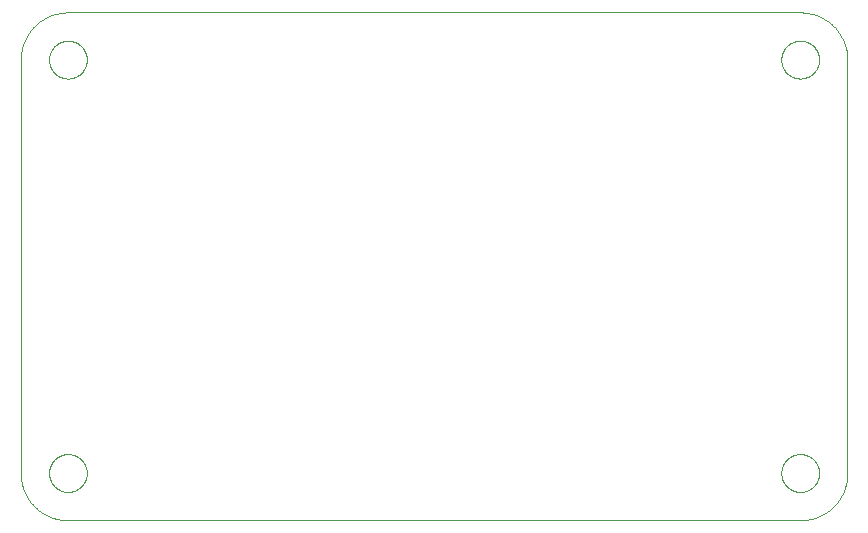
<source format=gbp>
G75*
%MOIN*%
%OFA0B0*%
%FSLAX25Y25*%
%IPPOS*%
%LPD*%
%AMOC8*
5,1,8,0,0,1.08239X$1,22.5*
%
%ADD10C,0.00000*%
D10*
X0062843Y0034156D02*
X0306937Y0034156D01*
X0300638Y0049904D02*
X0300640Y0050062D01*
X0300646Y0050220D01*
X0300656Y0050378D01*
X0300670Y0050536D01*
X0300688Y0050693D01*
X0300709Y0050850D01*
X0300735Y0051006D01*
X0300765Y0051162D01*
X0300798Y0051317D01*
X0300836Y0051470D01*
X0300877Y0051623D01*
X0300922Y0051775D01*
X0300971Y0051926D01*
X0301024Y0052075D01*
X0301080Y0052223D01*
X0301140Y0052369D01*
X0301204Y0052514D01*
X0301272Y0052657D01*
X0301343Y0052799D01*
X0301417Y0052939D01*
X0301495Y0053076D01*
X0301577Y0053212D01*
X0301661Y0053346D01*
X0301750Y0053477D01*
X0301841Y0053606D01*
X0301936Y0053733D01*
X0302033Y0053858D01*
X0302134Y0053980D01*
X0302238Y0054099D01*
X0302345Y0054216D01*
X0302455Y0054330D01*
X0302568Y0054441D01*
X0302683Y0054550D01*
X0302801Y0054655D01*
X0302922Y0054757D01*
X0303045Y0054857D01*
X0303171Y0054953D01*
X0303299Y0055046D01*
X0303429Y0055136D01*
X0303562Y0055222D01*
X0303697Y0055306D01*
X0303833Y0055385D01*
X0303972Y0055462D01*
X0304113Y0055534D01*
X0304255Y0055604D01*
X0304399Y0055669D01*
X0304545Y0055731D01*
X0304692Y0055789D01*
X0304841Y0055844D01*
X0304991Y0055895D01*
X0305142Y0055942D01*
X0305294Y0055985D01*
X0305447Y0056024D01*
X0305602Y0056060D01*
X0305757Y0056091D01*
X0305913Y0056119D01*
X0306069Y0056143D01*
X0306226Y0056163D01*
X0306384Y0056179D01*
X0306541Y0056191D01*
X0306700Y0056199D01*
X0306858Y0056203D01*
X0307016Y0056203D01*
X0307174Y0056199D01*
X0307333Y0056191D01*
X0307490Y0056179D01*
X0307648Y0056163D01*
X0307805Y0056143D01*
X0307961Y0056119D01*
X0308117Y0056091D01*
X0308272Y0056060D01*
X0308427Y0056024D01*
X0308580Y0055985D01*
X0308732Y0055942D01*
X0308883Y0055895D01*
X0309033Y0055844D01*
X0309182Y0055789D01*
X0309329Y0055731D01*
X0309475Y0055669D01*
X0309619Y0055604D01*
X0309761Y0055534D01*
X0309902Y0055462D01*
X0310041Y0055385D01*
X0310177Y0055306D01*
X0310312Y0055222D01*
X0310445Y0055136D01*
X0310575Y0055046D01*
X0310703Y0054953D01*
X0310829Y0054857D01*
X0310952Y0054757D01*
X0311073Y0054655D01*
X0311191Y0054550D01*
X0311306Y0054441D01*
X0311419Y0054330D01*
X0311529Y0054216D01*
X0311636Y0054099D01*
X0311740Y0053980D01*
X0311841Y0053858D01*
X0311938Y0053733D01*
X0312033Y0053606D01*
X0312124Y0053477D01*
X0312213Y0053346D01*
X0312297Y0053212D01*
X0312379Y0053076D01*
X0312457Y0052939D01*
X0312531Y0052799D01*
X0312602Y0052657D01*
X0312670Y0052514D01*
X0312734Y0052369D01*
X0312794Y0052223D01*
X0312850Y0052075D01*
X0312903Y0051926D01*
X0312952Y0051775D01*
X0312997Y0051623D01*
X0313038Y0051470D01*
X0313076Y0051317D01*
X0313109Y0051162D01*
X0313139Y0051006D01*
X0313165Y0050850D01*
X0313186Y0050693D01*
X0313204Y0050536D01*
X0313218Y0050378D01*
X0313228Y0050220D01*
X0313234Y0050062D01*
X0313236Y0049904D01*
X0313234Y0049746D01*
X0313228Y0049588D01*
X0313218Y0049430D01*
X0313204Y0049272D01*
X0313186Y0049115D01*
X0313165Y0048958D01*
X0313139Y0048802D01*
X0313109Y0048646D01*
X0313076Y0048491D01*
X0313038Y0048338D01*
X0312997Y0048185D01*
X0312952Y0048033D01*
X0312903Y0047882D01*
X0312850Y0047733D01*
X0312794Y0047585D01*
X0312734Y0047439D01*
X0312670Y0047294D01*
X0312602Y0047151D01*
X0312531Y0047009D01*
X0312457Y0046869D01*
X0312379Y0046732D01*
X0312297Y0046596D01*
X0312213Y0046462D01*
X0312124Y0046331D01*
X0312033Y0046202D01*
X0311938Y0046075D01*
X0311841Y0045950D01*
X0311740Y0045828D01*
X0311636Y0045709D01*
X0311529Y0045592D01*
X0311419Y0045478D01*
X0311306Y0045367D01*
X0311191Y0045258D01*
X0311073Y0045153D01*
X0310952Y0045051D01*
X0310829Y0044951D01*
X0310703Y0044855D01*
X0310575Y0044762D01*
X0310445Y0044672D01*
X0310312Y0044586D01*
X0310177Y0044502D01*
X0310041Y0044423D01*
X0309902Y0044346D01*
X0309761Y0044274D01*
X0309619Y0044204D01*
X0309475Y0044139D01*
X0309329Y0044077D01*
X0309182Y0044019D01*
X0309033Y0043964D01*
X0308883Y0043913D01*
X0308732Y0043866D01*
X0308580Y0043823D01*
X0308427Y0043784D01*
X0308272Y0043748D01*
X0308117Y0043717D01*
X0307961Y0043689D01*
X0307805Y0043665D01*
X0307648Y0043645D01*
X0307490Y0043629D01*
X0307333Y0043617D01*
X0307174Y0043609D01*
X0307016Y0043605D01*
X0306858Y0043605D01*
X0306700Y0043609D01*
X0306541Y0043617D01*
X0306384Y0043629D01*
X0306226Y0043645D01*
X0306069Y0043665D01*
X0305913Y0043689D01*
X0305757Y0043717D01*
X0305602Y0043748D01*
X0305447Y0043784D01*
X0305294Y0043823D01*
X0305142Y0043866D01*
X0304991Y0043913D01*
X0304841Y0043964D01*
X0304692Y0044019D01*
X0304545Y0044077D01*
X0304399Y0044139D01*
X0304255Y0044204D01*
X0304113Y0044274D01*
X0303972Y0044346D01*
X0303833Y0044423D01*
X0303697Y0044502D01*
X0303562Y0044586D01*
X0303429Y0044672D01*
X0303299Y0044762D01*
X0303171Y0044855D01*
X0303045Y0044951D01*
X0302922Y0045051D01*
X0302801Y0045153D01*
X0302683Y0045258D01*
X0302568Y0045367D01*
X0302455Y0045478D01*
X0302345Y0045592D01*
X0302238Y0045709D01*
X0302134Y0045828D01*
X0302033Y0045950D01*
X0301936Y0046075D01*
X0301841Y0046202D01*
X0301750Y0046331D01*
X0301661Y0046462D01*
X0301577Y0046596D01*
X0301495Y0046732D01*
X0301417Y0046869D01*
X0301343Y0047009D01*
X0301272Y0047151D01*
X0301204Y0047294D01*
X0301140Y0047439D01*
X0301080Y0047585D01*
X0301024Y0047733D01*
X0300971Y0047882D01*
X0300922Y0048033D01*
X0300877Y0048185D01*
X0300836Y0048338D01*
X0300798Y0048491D01*
X0300765Y0048646D01*
X0300735Y0048802D01*
X0300709Y0048958D01*
X0300688Y0049115D01*
X0300670Y0049272D01*
X0300656Y0049430D01*
X0300646Y0049588D01*
X0300640Y0049746D01*
X0300638Y0049904D01*
X0306937Y0034156D02*
X0307318Y0034161D01*
X0307698Y0034174D01*
X0308078Y0034197D01*
X0308457Y0034230D01*
X0308835Y0034271D01*
X0309212Y0034321D01*
X0309588Y0034381D01*
X0309963Y0034449D01*
X0310335Y0034527D01*
X0310706Y0034614D01*
X0311074Y0034709D01*
X0311440Y0034814D01*
X0311803Y0034927D01*
X0312164Y0035049D01*
X0312521Y0035179D01*
X0312875Y0035319D01*
X0313226Y0035466D01*
X0313573Y0035623D01*
X0313916Y0035787D01*
X0314255Y0035960D01*
X0314590Y0036141D01*
X0314921Y0036330D01*
X0315246Y0036527D01*
X0315567Y0036731D01*
X0315883Y0036944D01*
X0316193Y0037164D01*
X0316499Y0037391D01*
X0316798Y0037626D01*
X0317092Y0037868D01*
X0317380Y0038116D01*
X0317662Y0038372D01*
X0317937Y0038635D01*
X0318206Y0038904D01*
X0318469Y0039179D01*
X0318725Y0039461D01*
X0318973Y0039749D01*
X0319215Y0040043D01*
X0319450Y0040342D01*
X0319677Y0040648D01*
X0319897Y0040958D01*
X0320110Y0041274D01*
X0320314Y0041595D01*
X0320511Y0041920D01*
X0320700Y0042251D01*
X0320881Y0042586D01*
X0321054Y0042925D01*
X0321218Y0043268D01*
X0321375Y0043615D01*
X0321522Y0043966D01*
X0321662Y0044320D01*
X0321792Y0044677D01*
X0321914Y0045038D01*
X0322027Y0045401D01*
X0322132Y0045767D01*
X0322227Y0046135D01*
X0322314Y0046506D01*
X0322392Y0046878D01*
X0322460Y0047253D01*
X0322520Y0047629D01*
X0322570Y0048006D01*
X0322611Y0048384D01*
X0322644Y0048763D01*
X0322667Y0049143D01*
X0322680Y0049523D01*
X0322685Y0049904D01*
X0322685Y0187699D01*
X0300638Y0187699D02*
X0300640Y0187857D01*
X0300646Y0188015D01*
X0300656Y0188173D01*
X0300670Y0188331D01*
X0300688Y0188488D01*
X0300709Y0188645D01*
X0300735Y0188801D01*
X0300765Y0188957D01*
X0300798Y0189112D01*
X0300836Y0189265D01*
X0300877Y0189418D01*
X0300922Y0189570D01*
X0300971Y0189721D01*
X0301024Y0189870D01*
X0301080Y0190018D01*
X0301140Y0190164D01*
X0301204Y0190309D01*
X0301272Y0190452D01*
X0301343Y0190594D01*
X0301417Y0190734D01*
X0301495Y0190871D01*
X0301577Y0191007D01*
X0301661Y0191141D01*
X0301750Y0191272D01*
X0301841Y0191401D01*
X0301936Y0191528D01*
X0302033Y0191653D01*
X0302134Y0191775D01*
X0302238Y0191894D01*
X0302345Y0192011D01*
X0302455Y0192125D01*
X0302568Y0192236D01*
X0302683Y0192345D01*
X0302801Y0192450D01*
X0302922Y0192552D01*
X0303045Y0192652D01*
X0303171Y0192748D01*
X0303299Y0192841D01*
X0303429Y0192931D01*
X0303562Y0193017D01*
X0303697Y0193101D01*
X0303833Y0193180D01*
X0303972Y0193257D01*
X0304113Y0193329D01*
X0304255Y0193399D01*
X0304399Y0193464D01*
X0304545Y0193526D01*
X0304692Y0193584D01*
X0304841Y0193639D01*
X0304991Y0193690D01*
X0305142Y0193737D01*
X0305294Y0193780D01*
X0305447Y0193819D01*
X0305602Y0193855D01*
X0305757Y0193886D01*
X0305913Y0193914D01*
X0306069Y0193938D01*
X0306226Y0193958D01*
X0306384Y0193974D01*
X0306541Y0193986D01*
X0306700Y0193994D01*
X0306858Y0193998D01*
X0307016Y0193998D01*
X0307174Y0193994D01*
X0307333Y0193986D01*
X0307490Y0193974D01*
X0307648Y0193958D01*
X0307805Y0193938D01*
X0307961Y0193914D01*
X0308117Y0193886D01*
X0308272Y0193855D01*
X0308427Y0193819D01*
X0308580Y0193780D01*
X0308732Y0193737D01*
X0308883Y0193690D01*
X0309033Y0193639D01*
X0309182Y0193584D01*
X0309329Y0193526D01*
X0309475Y0193464D01*
X0309619Y0193399D01*
X0309761Y0193329D01*
X0309902Y0193257D01*
X0310041Y0193180D01*
X0310177Y0193101D01*
X0310312Y0193017D01*
X0310445Y0192931D01*
X0310575Y0192841D01*
X0310703Y0192748D01*
X0310829Y0192652D01*
X0310952Y0192552D01*
X0311073Y0192450D01*
X0311191Y0192345D01*
X0311306Y0192236D01*
X0311419Y0192125D01*
X0311529Y0192011D01*
X0311636Y0191894D01*
X0311740Y0191775D01*
X0311841Y0191653D01*
X0311938Y0191528D01*
X0312033Y0191401D01*
X0312124Y0191272D01*
X0312213Y0191141D01*
X0312297Y0191007D01*
X0312379Y0190871D01*
X0312457Y0190734D01*
X0312531Y0190594D01*
X0312602Y0190452D01*
X0312670Y0190309D01*
X0312734Y0190164D01*
X0312794Y0190018D01*
X0312850Y0189870D01*
X0312903Y0189721D01*
X0312952Y0189570D01*
X0312997Y0189418D01*
X0313038Y0189265D01*
X0313076Y0189112D01*
X0313109Y0188957D01*
X0313139Y0188801D01*
X0313165Y0188645D01*
X0313186Y0188488D01*
X0313204Y0188331D01*
X0313218Y0188173D01*
X0313228Y0188015D01*
X0313234Y0187857D01*
X0313236Y0187699D01*
X0313234Y0187541D01*
X0313228Y0187383D01*
X0313218Y0187225D01*
X0313204Y0187067D01*
X0313186Y0186910D01*
X0313165Y0186753D01*
X0313139Y0186597D01*
X0313109Y0186441D01*
X0313076Y0186286D01*
X0313038Y0186133D01*
X0312997Y0185980D01*
X0312952Y0185828D01*
X0312903Y0185677D01*
X0312850Y0185528D01*
X0312794Y0185380D01*
X0312734Y0185234D01*
X0312670Y0185089D01*
X0312602Y0184946D01*
X0312531Y0184804D01*
X0312457Y0184664D01*
X0312379Y0184527D01*
X0312297Y0184391D01*
X0312213Y0184257D01*
X0312124Y0184126D01*
X0312033Y0183997D01*
X0311938Y0183870D01*
X0311841Y0183745D01*
X0311740Y0183623D01*
X0311636Y0183504D01*
X0311529Y0183387D01*
X0311419Y0183273D01*
X0311306Y0183162D01*
X0311191Y0183053D01*
X0311073Y0182948D01*
X0310952Y0182846D01*
X0310829Y0182746D01*
X0310703Y0182650D01*
X0310575Y0182557D01*
X0310445Y0182467D01*
X0310312Y0182381D01*
X0310177Y0182297D01*
X0310041Y0182218D01*
X0309902Y0182141D01*
X0309761Y0182069D01*
X0309619Y0181999D01*
X0309475Y0181934D01*
X0309329Y0181872D01*
X0309182Y0181814D01*
X0309033Y0181759D01*
X0308883Y0181708D01*
X0308732Y0181661D01*
X0308580Y0181618D01*
X0308427Y0181579D01*
X0308272Y0181543D01*
X0308117Y0181512D01*
X0307961Y0181484D01*
X0307805Y0181460D01*
X0307648Y0181440D01*
X0307490Y0181424D01*
X0307333Y0181412D01*
X0307174Y0181404D01*
X0307016Y0181400D01*
X0306858Y0181400D01*
X0306700Y0181404D01*
X0306541Y0181412D01*
X0306384Y0181424D01*
X0306226Y0181440D01*
X0306069Y0181460D01*
X0305913Y0181484D01*
X0305757Y0181512D01*
X0305602Y0181543D01*
X0305447Y0181579D01*
X0305294Y0181618D01*
X0305142Y0181661D01*
X0304991Y0181708D01*
X0304841Y0181759D01*
X0304692Y0181814D01*
X0304545Y0181872D01*
X0304399Y0181934D01*
X0304255Y0181999D01*
X0304113Y0182069D01*
X0303972Y0182141D01*
X0303833Y0182218D01*
X0303697Y0182297D01*
X0303562Y0182381D01*
X0303429Y0182467D01*
X0303299Y0182557D01*
X0303171Y0182650D01*
X0303045Y0182746D01*
X0302922Y0182846D01*
X0302801Y0182948D01*
X0302683Y0183053D01*
X0302568Y0183162D01*
X0302455Y0183273D01*
X0302345Y0183387D01*
X0302238Y0183504D01*
X0302134Y0183623D01*
X0302033Y0183745D01*
X0301936Y0183870D01*
X0301841Y0183997D01*
X0301750Y0184126D01*
X0301661Y0184257D01*
X0301577Y0184391D01*
X0301495Y0184527D01*
X0301417Y0184664D01*
X0301343Y0184804D01*
X0301272Y0184946D01*
X0301204Y0185089D01*
X0301140Y0185234D01*
X0301080Y0185380D01*
X0301024Y0185528D01*
X0300971Y0185677D01*
X0300922Y0185828D01*
X0300877Y0185980D01*
X0300836Y0186133D01*
X0300798Y0186286D01*
X0300765Y0186441D01*
X0300735Y0186597D01*
X0300709Y0186753D01*
X0300688Y0186910D01*
X0300670Y0187067D01*
X0300656Y0187225D01*
X0300646Y0187383D01*
X0300640Y0187541D01*
X0300638Y0187699D01*
X0306937Y0203447D02*
X0307318Y0203442D01*
X0307698Y0203429D01*
X0308078Y0203406D01*
X0308457Y0203373D01*
X0308835Y0203332D01*
X0309212Y0203282D01*
X0309588Y0203222D01*
X0309963Y0203154D01*
X0310335Y0203076D01*
X0310706Y0202989D01*
X0311074Y0202894D01*
X0311440Y0202789D01*
X0311803Y0202676D01*
X0312164Y0202554D01*
X0312521Y0202424D01*
X0312875Y0202284D01*
X0313226Y0202137D01*
X0313573Y0201980D01*
X0313916Y0201816D01*
X0314255Y0201643D01*
X0314590Y0201462D01*
X0314921Y0201273D01*
X0315246Y0201076D01*
X0315567Y0200872D01*
X0315883Y0200659D01*
X0316193Y0200439D01*
X0316499Y0200212D01*
X0316798Y0199977D01*
X0317092Y0199735D01*
X0317380Y0199487D01*
X0317662Y0199231D01*
X0317937Y0198968D01*
X0318206Y0198699D01*
X0318469Y0198424D01*
X0318725Y0198142D01*
X0318973Y0197854D01*
X0319215Y0197560D01*
X0319450Y0197261D01*
X0319677Y0196955D01*
X0319897Y0196645D01*
X0320110Y0196329D01*
X0320314Y0196008D01*
X0320511Y0195683D01*
X0320700Y0195352D01*
X0320881Y0195017D01*
X0321054Y0194678D01*
X0321218Y0194335D01*
X0321375Y0193988D01*
X0321522Y0193637D01*
X0321662Y0193283D01*
X0321792Y0192926D01*
X0321914Y0192565D01*
X0322027Y0192202D01*
X0322132Y0191836D01*
X0322227Y0191468D01*
X0322314Y0191097D01*
X0322392Y0190725D01*
X0322460Y0190350D01*
X0322520Y0189974D01*
X0322570Y0189597D01*
X0322611Y0189219D01*
X0322644Y0188840D01*
X0322667Y0188460D01*
X0322680Y0188080D01*
X0322685Y0187699D01*
X0306937Y0203448D02*
X0062843Y0203448D01*
X0056544Y0187699D02*
X0056546Y0187857D01*
X0056552Y0188015D01*
X0056562Y0188173D01*
X0056576Y0188331D01*
X0056594Y0188488D01*
X0056615Y0188645D01*
X0056641Y0188801D01*
X0056671Y0188957D01*
X0056704Y0189112D01*
X0056742Y0189265D01*
X0056783Y0189418D01*
X0056828Y0189570D01*
X0056877Y0189721D01*
X0056930Y0189870D01*
X0056986Y0190018D01*
X0057046Y0190164D01*
X0057110Y0190309D01*
X0057178Y0190452D01*
X0057249Y0190594D01*
X0057323Y0190734D01*
X0057401Y0190871D01*
X0057483Y0191007D01*
X0057567Y0191141D01*
X0057656Y0191272D01*
X0057747Y0191401D01*
X0057842Y0191528D01*
X0057939Y0191653D01*
X0058040Y0191775D01*
X0058144Y0191894D01*
X0058251Y0192011D01*
X0058361Y0192125D01*
X0058474Y0192236D01*
X0058589Y0192345D01*
X0058707Y0192450D01*
X0058828Y0192552D01*
X0058951Y0192652D01*
X0059077Y0192748D01*
X0059205Y0192841D01*
X0059335Y0192931D01*
X0059468Y0193017D01*
X0059603Y0193101D01*
X0059739Y0193180D01*
X0059878Y0193257D01*
X0060019Y0193329D01*
X0060161Y0193399D01*
X0060305Y0193464D01*
X0060451Y0193526D01*
X0060598Y0193584D01*
X0060747Y0193639D01*
X0060897Y0193690D01*
X0061048Y0193737D01*
X0061200Y0193780D01*
X0061353Y0193819D01*
X0061508Y0193855D01*
X0061663Y0193886D01*
X0061819Y0193914D01*
X0061975Y0193938D01*
X0062132Y0193958D01*
X0062290Y0193974D01*
X0062447Y0193986D01*
X0062606Y0193994D01*
X0062764Y0193998D01*
X0062922Y0193998D01*
X0063080Y0193994D01*
X0063239Y0193986D01*
X0063396Y0193974D01*
X0063554Y0193958D01*
X0063711Y0193938D01*
X0063867Y0193914D01*
X0064023Y0193886D01*
X0064178Y0193855D01*
X0064333Y0193819D01*
X0064486Y0193780D01*
X0064638Y0193737D01*
X0064789Y0193690D01*
X0064939Y0193639D01*
X0065088Y0193584D01*
X0065235Y0193526D01*
X0065381Y0193464D01*
X0065525Y0193399D01*
X0065667Y0193329D01*
X0065808Y0193257D01*
X0065947Y0193180D01*
X0066083Y0193101D01*
X0066218Y0193017D01*
X0066351Y0192931D01*
X0066481Y0192841D01*
X0066609Y0192748D01*
X0066735Y0192652D01*
X0066858Y0192552D01*
X0066979Y0192450D01*
X0067097Y0192345D01*
X0067212Y0192236D01*
X0067325Y0192125D01*
X0067435Y0192011D01*
X0067542Y0191894D01*
X0067646Y0191775D01*
X0067747Y0191653D01*
X0067844Y0191528D01*
X0067939Y0191401D01*
X0068030Y0191272D01*
X0068119Y0191141D01*
X0068203Y0191007D01*
X0068285Y0190871D01*
X0068363Y0190734D01*
X0068437Y0190594D01*
X0068508Y0190452D01*
X0068576Y0190309D01*
X0068640Y0190164D01*
X0068700Y0190018D01*
X0068756Y0189870D01*
X0068809Y0189721D01*
X0068858Y0189570D01*
X0068903Y0189418D01*
X0068944Y0189265D01*
X0068982Y0189112D01*
X0069015Y0188957D01*
X0069045Y0188801D01*
X0069071Y0188645D01*
X0069092Y0188488D01*
X0069110Y0188331D01*
X0069124Y0188173D01*
X0069134Y0188015D01*
X0069140Y0187857D01*
X0069142Y0187699D01*
X0069140Y0187541D01*
X0069134Y0187383D01*
X0069124Y0187225D01*
X0069110Y0187067D01*
X0069092Y0186910D01*
X0069071Y0186753D01*
X0069045Y0186597D01*
X0069015Y0186441D01*
X0068982Y0186286D01*
X0068944Y0186133D01*
X0068903Y0185980D01*
X0068858Y0185828D01*
X0068809Y0185677D01*
X0068756Y0185528D01*
X0068700Y0185380D01*
X0068640Y0185234D01*
X0068576Y0185089D01*
X0068508Y0184946D01*
X0068437Y0184804D01*
X0068363Y0184664D01*
X0068285Y0184527D01*
X0068203Y0184391D01*
X0068119Y0184257D01*
X0068030Y0184126D01*
X0067939Y0183997D01*
X0067844Y0183870D01*
X0067747Y0183745D01*
X0067646Y0183623D01*
X0067542Y0183504D01*
X0067435Y0183387D01*
X0067325Y0183273D01*
X0067212Y0183162D01*
X0067097Y0183053D01*
X0066979Y0182948D01*
X0066858Y0182846D01*
X0066735Y0182746D01*
X0066609Y0182650D01*
X0066481Y0182557D01*
X0066351Y0182467D01*
X0066218Y0182381D01*
X0066083Y0182297D01*
X0065947Y0182218D01*
X0065808Y0182141D01*
X0065667Y0182069D01*
X0065525Y0181999D01*
X0065381Y0181934D01*
X0065235Y0181872D01*
X0065088Y0181814D01*
X0064939Y0181759D01*
X0064789Y0181708D01*
X0064638Y0181661D01*
X0064486Y0181618D01*
X0064333Y0181579D01*
X0064178Y0181543D01*
X0064023Y0181512D01*
X0063867Y0181484D01*
X0063711Y0181460D01*
X0063554Y0181440D01*
X0063396Y0181424D01*
X0063239Y0181412D01*
X0063080Y0181404D01*
X0062922Y0181400D01*
X0062764Y0181400D01*
X0062606Y0181404D01*
X0062447Y0181412D01*
X0062290Y0181424D01*
X0062132Y0181440D01*
X0061975Y0181460D01*
X0061819Y0181484D01*
X0061663Y0181512D01*
X0061508Y0181543D01*
X0061353Y0181579D01*
X0061200Y0181618D01*
X0061048Y0181661D01*
X0060897Y0181708D01*
X0060747Y0181759D01*
X0060598Y0181814D01*
X0060451Y0181872D01*
X0060305Y0181934D01*
X0060161Y0181999D01*
X0060019Y0182069D01*
X0059878Y0182141D01*
X0059739Y0182218D01*
X0059603Y0182297D01*
X0059468Y0182381D01*
X0059335Y0182467D01*
X0059205Y0182557D01*
X0059077Y0182650D01*
X0058951Y0182746D01*
X0058828Y0182846D01*
X0058707Y0182948D01*
X0058589Y0183053D01*
X0058474Y0183162D01*
X0058361Y0183273D01*
X0058251Y0183387D01*
X0058144Y0183504D01*
X0058040Y0183623D01*
X0057939Y0183745D01*
X0057842Y0183870D01*
X0057747Y0183997D01*
X0057656Y0184126D01*
X0057567Y0184257D01*
X0057483Y0184391D01*
X0057401Y0184527D01*
X0057323Y0184664D01*
X0057249Y0184804D01*
X0057178Y0184946D01*
X0057110Y0185089D01*
X0057046Y0185234D01*
X0056986Y0185380D01*
X0056930Y0185528D01*
X0056877Y0185677D01*
X0056828Y0185828D01*
X0056783Y0185980D01*
X0056742Y0186133D01*
X0056704Y0186286D01*
X0056671Y0186441D01*
X0056641Y0186597D01*
X0056615Y0186753D01*
X0056594Y0186910D01*
X0056576Y0187067D01*
X0056562Y0187225D01*
X0056552Y0187383D01*
X0056546Y0187541D01*
X0056544Y0187699D01*
X0047095Y0187699D02*
X0047100Y0188080D01*
X0047113Y0188460D01*
X0047136Y0188840D01*
X0047169Y0189219D01*
X0047210Y0189597D01*
X0047260Y0189974D01*
X0047320Y0190350D01*
X0047388Y0190725D01*
X0047466Y0191097D01*
X0047553Y0191468D01*
X0047648Y0191836D01*
X0047753Y0192202D01*
X0047866Y0192565D01*
X0047988Y0192926D01*
X0048118Y0193283D01*
X0048258Y0193637D01*
X0048405Y0193988D01*
X0048562Y0194335D01*
X0048726Y0194678D01*
X0048899Y0195017D01*
X0049080Y0195352D01*
X0049269Y0195683D01*
X0049466Y0196008D01*
X0049670Y0196329D01*
X0049883Y0196645D01*
X0050103Y0196955D01*
X0050330Y0197261D01*
X0050565Y0197560D01*
X0050807Y0197854D01*
X0051055Y0198142D01*
X0051311Y0198424D01*
X0051574Y0198699D01*
X0051843Y0198968D01*
X0052118Y0199231D01*
X0052400Y0199487D01*
X0052688Y0199735D01*
X0052982Y0199977D01*
X0053281Y0200212D01*
X0053587Y0200439D01*
X0053897Y0200659D01*
X0054213Y0200872D01*
X0054534Y0201076D01*
X0054859Y0201273D01*
X0055190Y0201462D01*
X0055525Y0201643D01*
X0055864Y0201816D01*
X0056207Y0201980D01*
X0056554Y0202137D01*
X0056905Y0202284D01*
X0057259Y0202424D01*
X0057616Y0202554D01*
X0057977Y0202676D01*
X0058340Y0202789D01*
X0058706Y0202894D01*
X0059074Y0202989D01*
X0059445Y0203076D01*
X0059817Y0203154D01*
X0060192Y0203222D01*
X0060568Y0203282D01*
X0060945Y0203332D01*
X0061323Y0203373D01*
X0061702Y0203406D01*
X0062082Y0203429D01*
X0062462Y0203442D01*
X0062843Y0203447D01*
X0047094Y0187699D02*
X0047094Y0049904D01*
X0056544Y0049904D02*
X0056546Y0050062D01*
X0056552Y0050220D01*
X0056562Y0050378D01*
X0056576Y0050536D01*
X0056594Y0050693D01*
X0056615Y0050850D01*
X0056641Y0051006D01*
X0056671Y0051162D01*
X0056704Y0051317D01*
X0056742Y0051470D01*
X0056783Y0051623D01*
X0056828Y0051775D01*
X0056877Y0051926D01*
X0056930Y0052075D01*
X0056986Y0052223D01*
X0057046Y0052369D01*
X0057110Y0052514D01*
X0057178Y0052657D01*
X0057249Y0052799D01*
X0057323Y0052939D01*
X0057401Y0053076D01*
X0057483Y0053212D01*
X0057567Y0053346D01*
X0057656Y0053477D01*
X0057747Y0053606D01*
X0057842Y0053733D01*
X0057939Y0053858D01*
X0058040Y0053980D01*
X0058144Y0054099D01*
X0058251Y0054216D01*
X0058361Y0054330D01*
X0058474Y0054441D01*
X0058589Y0054550D01*
X0058707Y0054655D01*
X0058828Y0054757D01*
X0058951Y0054857D01*
X0059077Y0054953D01*
X0059205Y0055046D01*
X0059335Y0055136D01*
X0059468Y0055222D01*
X0059603Y0055306D01*
X0059739Y0055385D01*
X0059878Y0055462D01*
X0060019Y0055534D01*
X0060161Y0055604D01*
X0060305Y0055669D01*
X0060451Y0055731D01*
X0060598Y0055789D01*
X0060747Y0055844D01*
X0060897Y0055895D01*
X0061048Y0055942D01*
X0061200Y0055985D01*
X0061353Y0056024D01*
X0061508Y0056060D01*
X0061663Y0056091D01*
X0061819Y0056119D01*
X0061975Y0056143D01*
X0062132Y0056163D01*
X0062290Y0056179D01*
X0062447Y0056191D01*
X0062606Y0056199D01*
X0062764Y0056203D01*
X0062922Y0056203D01*
X0063080Y0056199D01*
X0063239Y0056191D01*
X0063396Y0056179D01*
X0063554Y0056163D01*
X0063711Y0056143D01*
X0063867Y0056119D01*
X0064023Y0056091D01*
X0064178Y0056060D01*
X0064333Y0056024D01*
X0064486Y0055985D01*
X0064638Y0055942D01*
X0064789Y0055895D01*
X0064939Y0055844D01*
X0065088Y0055789D01*
X0065235Y0055731D01*
X0065381Y0055669D01*
X0065525Y0055604D01*
X0065667Y0055534D01*
X0065808Y0055462D01*
X0065947Y0055385D01*
X0066083Y0055306D01*
X0066218Y0055222D01*
X0066351Y0055136D01*
X0066481Y0055046D01*
X0066609Y0054953D01*
X0066735Y0054857D01*
X0066858Y0054757D01*
X0066979Y0054655D01*
X0067097Y0054550D01*
X0067212Y0054441D01*
X0067325Y0054330D01*
X0067435Y0054216D01*
X0067542Y0054099D01*
X0067646Y0053980D01*
X0067747Y0053858D01*
X0067844Y0053733D01*
X0067939Y0053606D01*
X0068030Y0053477D01*
X0068119Y0053346D01*
X0068203Y0053212D01*
X0068285Y0053076D01*
X0068363Y0052939D01*
X0068437Y0052799D01*
X0068508Y0052657D01*
X0068576Y0052514D01*
X0068640Y0052369D01*
X0068700Y0052223D01*
X0068756Y0052075D01*
X0068809Y0051926D01*
X0068858Y0051775D01*
X0068903Y0051623D01*
X0068944Y0051470D01*
X0068982Y0051317D01*
X0069015Y0051162D01*
X0069045Y0051006D01*
X0069071Y0050850D01*
X0069092Y0050693D01*
X0069110Y0050536D01*
X0069124Y0050378D01*
X0069134Y0050220D01*
X0069140Y0050062D01*
X0069142Y0049904D01*
X0069140Y0049746D01*
X0069134Y0049588D01*
X0069124Y0049430D01*
X0069110Y0049272D01*
X0069092Y0049115D01*
X0069071Y0048958D01*
X0069045Y0048802D01*
X0069015Y0048646D01*
X0068982Y0048491D01*
X0068944Y0048338D01*
X0068903Y0048185D01*
X0068858Y0048033D01*
X0068809Y0047882D01*
X0068756Y0047733D01*
X0068700Y0047585D01*
X0068640Y0047439D01*
X0068576Y0047294D01*
X0068508Y0047151D01*
X0068437Y0047009D01*
X0068363Y0046869D01*
X0068285Y0046732D01*
X0068203Y0046596D01*
X0068119Y0046462D01*
X0068030Y0046331D01*
X0067939Y0046202D01*
X0067844Y0046075D01*
X0067747Y0045950D01*
X0067646Y0045828D01*
X0067542Y0045709D01*
X0067435Y0045592D01*
X0067325Y0045478D01*
X0067212Y0045367D01*
X0067097Y0045258D01*
X0066979Y0045153D01*
X0066858Y0045051D01*
X0066735Y0044951D01*
X0066609Y0044855D01*
X0066481Y0044762D01*
X0066351Y0044672D01*
X0066218Y0044586D01*
X0066083Y0044502D01*
X0065947Y0044423D01*
X0065808Y0044346D01*
X0065667Y0044274D01*
X0065525Y0044204D01*
X0065381Y0044139D01*
X0065235Y0044077D01*
X0065088Y0044019D01*
X0064939Y0043964D01*
X0064789Y0043913D01*
X0064638Y0043866D01*
X0064486Y0043823D01*
X0064333Y0043784D01*
X0064178Y0043748D01*
X0064023Y0043717D01*
X0063867Y0043689D01*
X0063711Y0043665D01*
X0063554Y0043645D01*
X0063396Y0043629D01*
X0063239Y0043617D01*
X0063080Y0043609D01*
X0062922Y0043605D01*
X0062764Y0043605D01*
X0062606Y0043609D01*
X0062447Y0043617D01*
X0062290Y0043629D01*
X0062132Y0043645D01*
X0061975Y0043665D01*
X0061819Y0043689D01*
X0061663Y0043717D01*
X0061508Y0043748D01*
X0061353Y0043784D01*
X0061200Y0043823D01*
X0061048Y0043866D01*
X0060897Y0043913D01*
X0060747Y0043964D01*
X0060598Y0044019D01*
X0060451Y0044077D01*
X0060305Y0044139D01*
X0060161Y0044204D01*
X0060019Y0044274D01*
X0059878Y0044346D01*
X0059739Y0044423D01*
X0059603Y0044502D01*
X0059468Y0044586D01*
X0059335Y0044672D01*
X0059205Y0044762D01*
X0059077Y0044855D01*
X0058951Y0044951D01*
X0058828Y0045051D01*
X0058707Y0045153D01*
X0058589Y0045258D01*
X0058474Y0045367D01*
X0058361Y0045478D01*
X0058251Y0045592D01*
X0058144Y0045709D01*
X0058040Y0045828D01*
X0057939Y0045950D01*
X0057842Y0046075D01*
X0057747Y0046202D01*
X0057656Y0046331D01*
X0057567Y0046462D01*
X0057483Y0046596D01*
X0057401Y0046732D01*
X0057323Y0046869D01*
X0057249Y0047009D01*
X0057178Y0047151D01*
X0057110Y0047294D01*
X0057046Y0047439D01*
X0056986Y0047585D01*
X0056930Y0047733D01*
X0056877Y0047882D01*
X0056828Y0048033D01*
X0056783Y0048185D01*
X0056742Y0048338D01*
X0056704Y0048491D01*
X0056671Y0048646D01*
X0056641Y0048802D01*
X0056615Y0048958D01*
X0056594Y0049115D01*
X0056576Y0049272D01*
X0056562Y0049430D01*
X0056552Y0049588D01*
X0056546Y0049746D01*
X0056544Y0049904D01*
X0047095Y0049904D02*
X0047100Y0049523D01*
X0047113Y0049143D01*
X0047136Y0048763D01*
X0047169Y0048384D01*
X0047210Y0048006D01*
X0047260Y0047629D01*
X0047320Y0047253D01*
X0047388Y0046878D01*
X0047466Y0046506D01*
X0047553Y0046135D01*
X0047648Y0045767D01*
X0047753Y0045401D01*
X0047866Y0045038D01*
X0047988Y0044677D01*
X0048118Y0044320D01*
X0048258Y0043966D01*
X0048405Y0043615D01*
X0048562Y0043268D01*
X0048726Y0042925D01*
X0048899Y0042586D01*
X0049080Y0042251D01*
X0049269Y0041920D01*
X0049466Y0041595D01*
X0049670Y0041274D01*
X0049883Y0040958D01*
X0050103Y0040648D01*
X0050330Y0040342D01*
X0050565Y0040043D01*
X0050807Y0039749D01*
X0051055Y0039461D01*
X0051311Y0039179D01*
X0051574Y0038904D01*
X0051843Y0038635D01*
X0052118Y0038372D01*
X0052400Y0038116D01*
X0052688Y0037868D01*
X0052982Y0037626D01*
X0053281Y0037391D01*
X0053587Y0037164D01*
X0053897Y0036944D01*
X0054213Y0036731D01*
X0054534Y0036527D01*
X0054859Y0036330D01*
X0055190Y0036141D01*
X0055525Y0035960D01*
X0055864Y0035787D01*
X0056207Y0035623D01*
X0056554Y0035466D01*
X0056905Y0035319D01*
X0057259Y0035179D01*
X0057616Y0035049D01*
X0057977Y0034927D01*
X0058340Y0034814D01*
X0058706Y0034709D01*
X0059074Y0034614D01*
X0059445Y0034527D01*
X0059817Y0034449D01*
X0060192Y0034381D01*
X0060568Y0034321D01*
X0060945Y0034271D01*
X0061323Y0034230D01*
X0061702Y0034197D01*
X0062082Y0034174D01*
X0062462Y0034161D01*
X0062843Y0034156D01*
M02*

</source>
